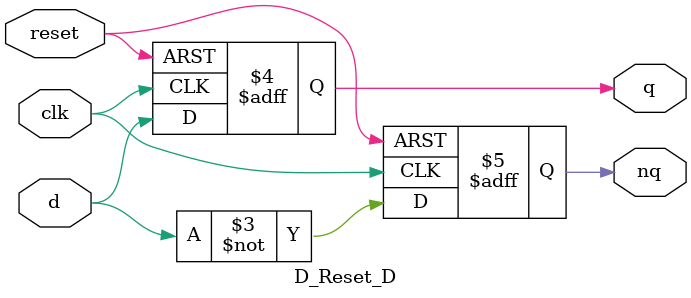
<source format=v>
module D_Reset_D(clk,reset,d,q,nq);

input clk,d,reset;
output reg q,nq;

always@ (posedge clk or negedge reset)
	begin
		if (!reset)
			begin
				q<=0;
				nq<=1;
			end
		else
			begin
				q<=d;
				nq<=~d;
			end
	end

endmodule
</source>
